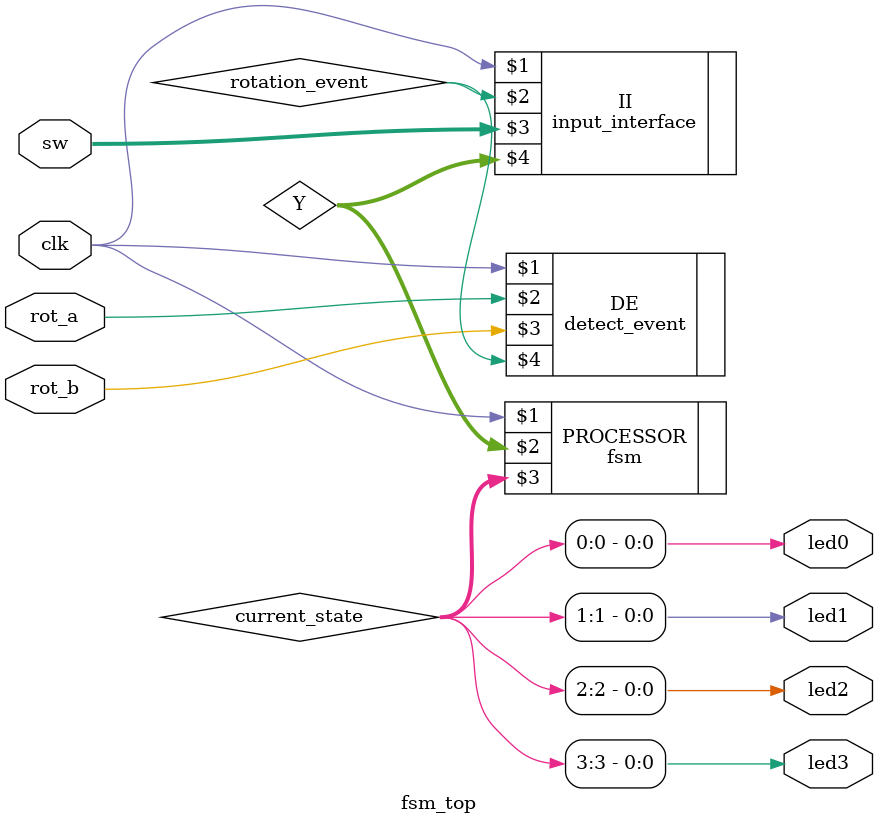
<source format=v>
`timescale 1ns / 1ps
module fsm_top(clk, rot_a, rot_b, sw, led3, led2, led1, led0
    );

   	input clk, rot_a, rot_b;
	input [1:0] sw;
	
	output led3, led2, led1, led0;
	
	wire led3, led2, led1, led0;
	
	wire rotation_event;
	wire [1:0] Y;
	wire [3:0] current_state;
	
	detect_event DE(clk, rot_a, rot_b, rotation_event);
	input_interface II(clk, rotation_event, sw, Y);
	fsm PROCESSOR(clk, Y, current_state);
	
	assign led3 = current_state[3];
	assign led2 = current_state[2];
	assign led1 = current_state[1];
	assign led0 = current_state[0];

endmodule

</source>
